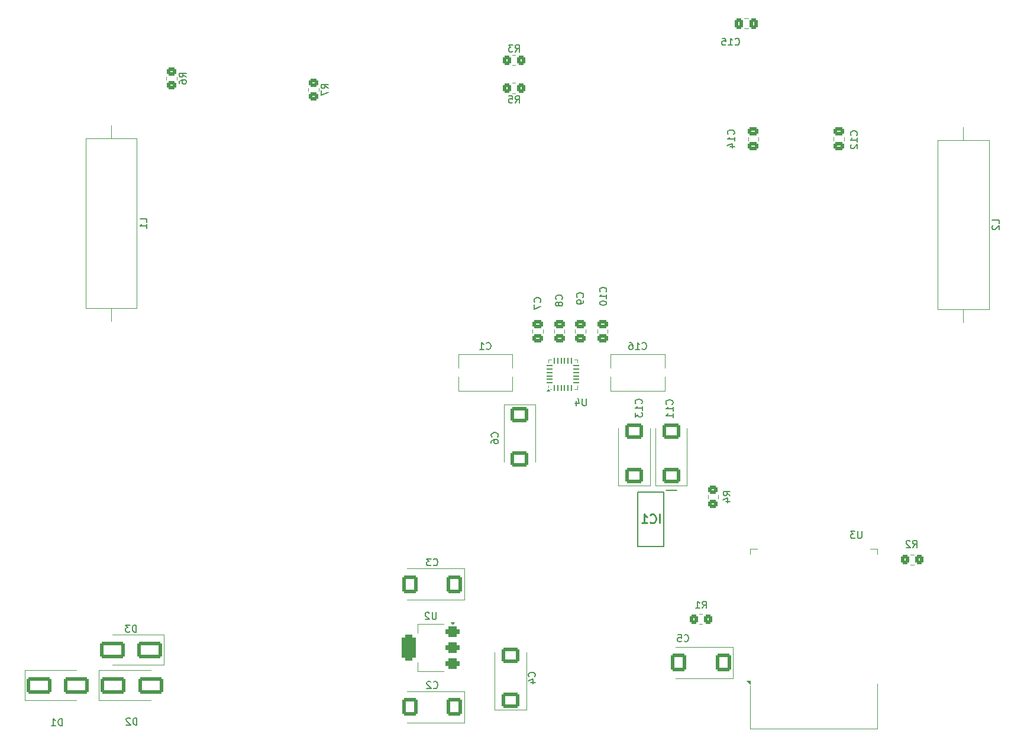
<source format=gbr>
G04 #@! TF.GenerationSoftware,KiCad,Pcbnew,8.0.1*
G04 #@! TF.CreationDate,2024-05-06T16:29:22+03:00*
G04 #@! TF.ProjectId,SmartAtt,536d6172-7441-4747-942e-6b696361645f,rev?*
G04 #@! TF.SameCoordinates,Original*
G04 #@! TF.FileFunction,Legend,Bot*
G04 #@! TF.FilePolarity,Positive*
%FSLAX46Y46*%
G04 Gerber Fmt 4.6, Leading zero omitted, Abs format (unit mm)*
G04 Created by KiCad (PCBNEW 8.0.1) date 2024-05-06 16:29:22*
%MOMM*%
%LPD*%
G01*
G04 APERTURE LIST*
G04 Aperture macros list*
%AMRoundRect*
0 Rectangle with rounded corners*
0 $1 Rounding radius*
0 $2 $3 $4 $5 $6 $7 $8 $9 X,Y pos of 4 corners*
0 Add a 4 corners polygon primitive as box body*
4,1,4,$2,$3,$4,$5,$6,$7,$8,$9,$2,$3,0*
0 Add four circle primitives for the rounded corners*
1,1,$1+$1,$2,$3*
1,1,$1+$1,$4,$5*
1,1,$1+$1,$6,$7*
1,1,$1+$1,$8,$9*
0 Add four rect primitives between the rounded corners*
20,1,$1+$1,$2,$3,$4,$5,0*
20,1,$1+$1,$4,$5,$6,$7,0*
20,1,$1+$1,$6,$7,$8,$9,0*
20,1,$1+$1,$8,$9,$2,$3,0*%
G04 Aperture macros list end*
%ADD10C,0.150000*%
%ADD11C,0.254000*%
%ADD12C,0.120000*%
%ADD13C,0.200000*%
%ADD14C,7.740254*%
%ADD15C,0.100000*%
%ADD16R,1.700000X1.700000*%
%ADD17O,1.700000X1.700000*%
%ADD18C,3.000000*%
%ADD19C,1.500000*%
%ADD20C,2.000000*%
%ADD21RoundRect,0.250000X0.350000X0.625000X-0.350000X0.625000X-0.350000X-0.625000X0.350000X-0.625000X0*%
%ADD22O,1.200000X1.750000*%
%ADD23RoundRect,0.250000X0.450000X-0.350000X0.450000X0.350000X-0.450000X0.350000X-0.450000X-0.350000X0*%
%ADD24RoundRect,0.250000X-1.500000X-0.900000X1.500000X-0.900000X1.500000X0.900000X-1.500000X0.900000X0*%
%ADD25RoundRect,0.250000X-0.475000X0.337500X-0.475000X-0.337500X0.475000X-0.337500X0.475000X0.337500X0*%
%ADD26RoundRect,0.250000X0.875000X1.025000X-0.875000X1.025000X-0.875000X-1.025000X0.875000X-1.025000X0*%
%ADD27RoundRect,0.250000X0.350000X0.450000X-0.350000X0.450000X-0.350000X-0.450000X0.350000X-0.450000X0*%
%ADD28RoundRect,0.250000X0.475000X-0.337500X0.475000X0.337500X-0.475000X0.337500X-0.475000X-0.337500X0*%
%ADD29RoundRect,0.250000X1.025000X-0.875000X1.025000X0.875000X-1.025000X0.875000X-1.025000X-0.875000X0*%
%ADD30RoundRect,0.250000X-0.350000X-0.450000X0.350000X-0.450000X0.350000X0.450000X-0.350000X0.450000X0*%
%ADD31RoundRect,0.250000X1.500000X0.900000X-1.500000X0.900000X-1.500000X-0.900000X1.500000X-0.900000X0*%
%ADD32R,1.500000X0.900000*%
%ADD33R,0.900000X1.500000*%
%ADD34C,0.600000*%
%ADD35R,3.800000X3.800000*%
%ADD36RoundRect,0.375000X0.625000X0.375000X-0.625000X0.375000X-0.625000X-0.375000X0.625000X-0.375000X0*%
%ADD37RoundRect,0.500000X0.500000X1.400000X-0.500000X1.400000X-0.500000X-1.400000X0.500000X-1.400000X0*%
%ADD38RoundRect,0.062500X-0.350000X-0.062500X0.350000X-0.062500X0.350000X0.062500X-0.350000X0.062500X0*%
%ADD39RoundRect,0.062500X-0.062500X-0.350000X0.062500X-0.350000X0.062500X0.350000X-0.062500X0.350000X0*%
%ADD40R,2.600000X2.600000*%
%ADD41O,2.000000X2.000000*%
%ADD42RoundRect,0.250000X0.337500X0.475000X-0.337500X0.475000X-0.337500X-0.475000X0.337500X-0.475000X0*%
%ADD43RoundRect,0.250000X-1.025000X0.875000X-1.025000X-0.875000X1.025000X-0.875000X1.025000X0.875000X0*%
%ADD44R,1.475000X0.450000*%
G04 APERTURE END LIST*
D10*
X179454819Y-108333333D02*
X178978628Y-108000000D01*
X179454819Y-107761905D02*
X178454819Y-107761905D01*
X178454819Y-107761905D02*
X178454819Y-108142857D01*
X178454819Y-108142857D02*
X178502438Y-108238095D01*
X178502438Y-108238095D02*
X178550057Y-108285714D01*
X178550057Y-108285714D02*
X178645295Y-108333333D01*
X178645295Y-108333333D02*
X178788152Y-108333333D01*
X178788152Y-108333333D02*
X178883390Y-108285714D01*
X178883390Y-108285714D02*
X178931009Y-108238095D01*
X178931009Y-108238095D02*
X178978628Y-108142857D01*
X178978628Y-108142857D02*
X178978628Y-107761905D01*
X178788152Y-109190476D02*
X179454819Y-109190476D01*
X178407200Y-108952381D02*
X179121485Y-108714286D01*
X179121485Y-108714286D02*
X179121485Y-109333333D01*
X83838094Y-141254819D02*
X83838094Y-140254819D01*
X83838094Y-140254819D02*
X83599999Y-140254819D01*
X83599999Y-140254819D02*
X83457142Y-140302438D01*
X83457142Y-140302438D02*
X83361904Y-140397676D01*
X83361904Y-140397676D02*
X83314285Y-140492914D01*
X83314285Y-140492914D02*
X83266666Y-140683390D01*
X83266666Y-140683390D02*
X83266666Y-140826247D01*
X83266666Y-140826247D02*
X83314285Y-141016723D01*
X83314285Y-141016723D02*
X83361904Y-141111961D01*
X83361904Y-141111961D02*
X83457142Y-141207200D01*
X83457142Y-141207200D02*
X83599999Y-141254819D01*
X83599999Y-141254819D02*
X83838094Y-141254819D01*
X82314285Y-141254819D02*
X82885713Y-141254819D01*
X82599999Y-141254819D02*
X82599999Y-140254819D01*
X82599999Y-140254819D02*
X82695237Y-140397676D01*
X82695237Y-140397676D02*
X82790475Y-140492914D01*
X82790475Y-140492914D02*
X82885713Y-140540533D01*
X179959580Y-56607142D02*
X180007200Y-56559523D01*
X180007200Y-56559523D02*
X180054819Y-56416666D01*
X180054819Y-56416666D02*
X180054819Y-56321428D01*
X180054819Y-56321428D02*
X180007200Y-56178571D01*
X180007200Y-56178571D02*
X179911961Y-56083333D01*
X179911961Y-56083333D02*
X179816723Y-56035714D01*
X179816723Y-56035714D02*
X179626247Y-55988095D01*
X179626247Y-55988095D02*
X179483390Y-55988095D01*
X179483390Y-55988095D02*
X179292914Y-56035714D01*
X179292914Y-56035714D02*
X179197676Y-56083333D01*
X179197676Y-56083333D02*
X179102438Y-56178571D01*
X179102438Y-56178571D02*
X179054819Y-56321428D01*
X179054819Y-56321428D02*
X179054819Y-56416666D01*
X179054819Y-56416666D02*
X179102438Y-56559523D01*
X179102438Y-56559523D02*
X179150057Y-56607142D01*
X180054819Y-57559523D02*
X180054819Y-56988095D01*
X180054819Y-57273809D02*
X179054819Y-57273809D01*
X179054819Y-57273809D02*
X179197676Y-57178571D01*
X179197676Y-57178571D02*
X179292914Y-57083333D01*
X179292914Y-57083333D02*
X179340533Y-56988095D01*
X179388152Y-58416666D02*
X180054819Y-58416666D01*
X179007200Y-58178571D02*
X179721485Y-57940476D01*
X179721485Y-57940476D02*
X179721485Y-58559523D01*
X166842857Y-87309580D02*
X166890476Y-87357200D01*
X166890476Y-87357200D02*
X167033333Y-87404819D01*
X167033333Y-87404819D02*
X167128571Y-87404819D01*
X167128571Y-87404819D02*
X167271428Y-87357200D01*
X167271428Y-87357200D02*
X167366666Y-87261961D01*
X167366666Y-87261961D02*
X167414285Y-87166723D01*
X167414285Y-87166723D02*
X167461904Y-86976247D01*
X167461904Y-86976247D02*
X167461904Y-86833390D01*
X167461904Y-86833390D02*
X167414285Y-86642914D01*
X167414285Y-86642914D02*
X167366666Y-86547676D01*
X167366666Y-86547676D02*
X167271428Y-86452438D01*
X167271428Y-86452438D02*
X167128571Y-86404819D01*
X167128571Y-86404819D02*
X167033333Y-86404819D01*
X167033333Y-86404819D02*
X166890476Y-86452438D01*
X166890476Y-86452438D02*
X166842857Y-86500057D01*
X165890476Y-87404819D02*
X166461904Y-87404819D01*
X166176190Y-87404819D02*
X166176190Y-86404819D01*
X166176190Y-86404819D02*
X166271428Y-86547676D01*
X166271428Y-86547676D02*
X166366666Y-86642914D01*
X166366666Y-86642914D02*
X166461904Y-86690533D01*
X165033333Y-86404819D02*
X165223809Y-86404819D01*
X165223809Y-86404819D02*
X165319047Y-86452438D01*
X165319047Y-86452438D02*
X165366666Y-86500057D01*
X165366666Y-86500057D02*
X165461904Y-86642914D01*
X165461904Y-86642914D02*
X165509523Y-86833390D01*
X165509523Y-86833390D02*
X165509523Y-87214342D01*
X165509523Y-87214342D02*
X165461904Y-87309580D01*
X165461904Y-87309580D02*
X165414285Y-87357200D01*
X165414285Y-87357200D02*
X165319047Y-87404819D01*
X165319047Y-87404819D02*
X165128571Y-87404819D01*
X165128571Y-87404819D02*
X165033333Y-87357200D01*
X165033333Y-87357200D02*
X164985714Y-87309580D01*
X164985714Y-87309580D02*
X164938095Y-87214342D01*
X164938095Y-87214342D02*
X164938095Y-86976247D01*
X164938095Y-86976247D02*
X164985714Y-86881009D01*
X164985714Y-86881009D02*
X165033333Y-86833390D01*
X165033333Y-86833390D02*
X165128571Y-86785771D01*
X165128571Y-86785771D02*
X165319047Y-86785771D01*
X165319047Y-86785771D02*
X165414285Y-86833390D01*
X165414285Y-86833390D02*
X165461904Y-86881009D01*
X165461904Y-86881009D02*
X165509523Y-86976247D01*
X172866666Y-129159580D02*
X172914285Y-129207200D01*
X172914285Y-129207200D02*
X173057142Y-129254819D01*
X173057142Y-129254819D02*
X173152380Y-129254819D01*
X173152380Y-129254819D02*
X173295237Y-129207200D01*
X173295237Y-129207200D02*
X173390475Y-129111961D01*
X173390475Y-129111961D02*
X173438094Y-129016723D01*
X173438094Y-129016723D02*
X173485713Y-128826247D01*
X173485713Y-128826247D02*
X173485713Y-128683390D01*
X173485713Y-128683390D02*
X173438094Y-128492914D01*
X173438094Y-128492914D02*
X173390475Y-128397676D01*
X173390475Y-128397676D02*
X173295237Y-128302438D01*
X173295237Y-128302438D02*
X173152380Y-128254819D01*
X173152380Y-128254819D02*
X173057142Y-128254819D01*
X173057142Y-128254819D02*
X172914285Y-128302438D01*
X172914285Y-128302438D02*
X172866666Y-128350057D01*
X171961904Y-128254819D02*
X172438094Y-128254819D01*
X172438094Y-128254819D02*
X172485713Y-128731009D01*
X172485713Y-128731009D02*
X172438094Y-128683390D01*
X172438094Y-128683390D02*
X172342856Y-128635771D01*
X172342856Y-128635771D02*
X172104761Y-128635771D01*
X172104761Y-128635771D02*
X172009523Y-128683390D01*
X172009523Y-128683390D02*
X171961904Y-128731009D01*
X171961904Y-128731009D02*
X171914285Y-128826247D01*
X171914285Y-128826247D02*
X171914285Y-129064342D01*
X171914285Y-129064342D02*
X171961904Y-129159580D01*
X171961904Y-129159580D02*
X172009523Y-129207200D01*
X172009523Y-129207200D02*
X172104761Y-129254819D01*
X172104761Y-129254819D02*
X172342856Y-129254819D01*
X172342856Y-129254819D02*
X172438094Y-129207200D01*
X172438094Y-129207200D02*
X172485713Y-129159580D01*
X148666666Y-44804819D02*
X148999999Y-44328628D01*
X149238094Y-44804819D02*
X149238094Y-43804819D01*
X149238094Y-43804819D02*
X148857142Y-43804819D01*
X148857142Y-43804819D02*
X148761904Y-43852438D01*
X148761904Y-43852438D02*
X148714285Y-43900057D01*
X148714285Y-43900057D02*
X148666666Y-43995295D01*
X148666666Y-43995295D02*
X148666666Y-44138152D01*
X148666666Y-44138152D02*
X148714285Y-44233390D01*
X148714285Y-44233390D02*
X148761904Y-44281009D01*
X148761904Y-44281009D02*
X148857142Y-44328628D01*
X148857142Y-44328628D02*
X149238094Y-44328628D01*
X148333332Y-43804819D02*
X147714285Y-43804819D01*
X147714285Y-43804819D02*
X148047618Y-44185771D01*
X148047618Y-44185771D02*
X147904761Y-44185771D01*
X147904761Y-44185771D02*
X147809523Y-44233390D01*
X147809523Y-44233390D02*
X147761904Y-44281009D01*
X147761904Y-44281009D02*
X147714285Y-44376247D01*
X147714285Y-44376247D02*
X147714285Y-44614342D01*
X147714285Y-44614342D02*
X147761904Y-44709580D01*
X147761904Y-44709580D02*
X147809523Y-44757200D01*
X147809523Y-44757200D02*
X147904761Y-44804819D01*
X147904761Y-44804819D02*
X148190475Y-44804819D01*
X148190475Y-44804819D02*
X148285713Y-44757200D01*
X148285713Y-44757200D02*
X148333332Y-44709580D01*
X158359580Y-79933333D02*
X158407200Y-79885714D01*
X158407200Y-79885714D02*
X158454819Y-79742857D01*
X158454819Y-79742857D02*
X158454819Y-79647619D01*
X158454819Y-79647619D02*
X158407200Y-79504762D01*
X158407200Y-79504762D02*
X158311961Y-79409524D01*
X158311961Y-79409524D02*
X158216723Y-79361905D01*
X158216723Y-79361905D02*
X158026247Y-79314286D01*
X158026247Y-79314286D02*
X157883390Y-79314286D01*
X157883390Y-79314286D02*
X157692914Y-79361905D01*
X157692914Y-79361905D02*
X157597676Y-79409524D01*
X157597676Y-79409524D02*
X157502438Y-79504762D01*
X157502438Y-79504762D02*
X157454819Y-79647619D01*
X157454819Y-79647619D02*
X157454819Y-79742857D01*
X157454819Y-79742857D02*
X157502438Y-79885714D01*
X157502438Y-79885714D02*
X157550057Y-79933333D01*
X158454819Y-80409524D02*
X158454819Y-80600000D01*
X158454819Y-80600000D02*
X158407200Y-80695238D01*
X158407200Y-80695238D02*
X158359580Y-80742857D01*
X158359580Y-80742857D02*
X158216723Y-80838095D01*
X158216723Y-80838095D02*
X158026247Y-80885714D01*
X158026247Y-80885714D02*
X157645295Y-80885714D01*
X157645295Y-80885714D02*
X157550057Y-80838095D01*
X157550057Y-80838095D02*
X157502438Y-80790476D01*
X157502438Y-80790476D02*
X157454819Y-80695238D01*
X157454819Y-80695238D02*
X157454819Y-80504762D01*
X157454819Y-80504762D02*
X157502438Y-80409524D01*
X157502438Y-80409524D02*
X157550057Y-80361905D01*
X157550057Y-80361905D02*
X157645295Y-80314286D01*
X157645295Y-80314286D02*
X157883390Y-80314286D01*
X157883390Y-80314286D02*
X157978628Y-80361905D01*
X157978628Y-80361905D02*
X158026247Y-80409524D01*
X158026247Y-80409524D02*
X158073866Y-80504762D01*
X158073866Y-80504762D02*
X158073866Y-80695238D01*
X158073866Y-80695238D02*
X158026247Y-80790476D01*
X158026247Y-80790476D02*
X157978628Y-80838095D01*
X157978628Y-80838095D02*
X157883390Y-80885714D01*
X171159580Y-95257142D02*
X171207200Y-95209523D01*
X171207200Y-95209523D02*
X171254819Y-95066666D01*
X171254819Y-95066666D02*
X171254819Y-94971428D01*
X171254819Y-94971428D02*
X171207200Y-94828571D01*
X171207200Y-94828571D02*
X171111961Y-94733333D01*
X171111961Y-94733333D02*
X171016723Y-94685714D01*
X171016723Y-94685714D02*
X170826247Y-94638095D01*
X170826247Y-94638095D02*
X170683390Y-94638095D01*
X170683390Y-94638095D02*
X170492914Y-94685714D01*
X170492914Y-94685714D02*
X170397676Y-94733333D01*
X170397676Y-94733333D02*
X170302438Y-94828571D01*
X170302438Y-94828571D02*
X170254819Y-94971428D01*
X170254819Y-94971428D02*
X170254819Y-95066666D01*
X170254819Y-95066666D02*
X170302438Y-95209523D01*
X170302438Y-95209523D02*
X170350057Y-95257142D01*
X171254819Y-96209523D02*
X171254819Y-95638095D01*
X171254819Y-95923809D02*
X170254819Y-95923809D01*
X170254819Y-95923809D02*
X170397676Y-95828571D01*
X170397676Y-95828571D02*
X170492914Y-95733333D01*
X170492914Y-95733333D02*
X170540533Y-95638095D01*
X171254819Y-97161904D02*
X171254819Y-96590476D01*
X171254819Y-96876190D02*
X170254819Y-96876190D01*
X170254819Y-96876190D02*
X170397676Y-96780952D01*
X170397676Y-96780952D02*
X170492914Y-96685714D01*
X170492914Y-96685714D02*
X170540533Y-96590476D01*
X175466666Y-124454819D02*
X175799999Y-123978628D01*
X176038094Y-124454819D02*
X176038094Y-123454819D01*
X176038094Y-123454819D02*
X175657142Y-123454819D01*
X175657142Y-123454819D02*
X175561904Y-123502438D01*
X175561904Y-123502438D02*
X175514285Y-123550057D01*
X175514285Y-123550057D02*
X175466666Y-123645295D01*
X175466666Y-123645295D02*
X175466666Y-123788152D01*
X175466666Y-123788152D02*
X175514285Y-123883390D01*
X175514285Y-123883390D02*
X175561904Y-123931009D01*
X175561904Y-123931009D02*
X175657142Y-123978628D01*
X175657142Y-123978628D02*
X176038094Y-123978628D01*
X174514285Y-124454819D02*
X175085713Y-124454819D01*
X174799999Y-124454819D02*
X174799999Y-123454819D01*
X174799999Y-123454819D02*
X174895237Y-123597676D01*
X174895237Y-123597676D02*
X174990475Y-123692914D01*
X174990475Y-123692914D02*
X175085713Y-123740533D01*
X155359580Y-80233333D02*
X155407200Y-80185714D01*
X155407200Y-80185714D02*
X155454819Y-80042857D01*
X155454819Y-80042857D02*
X155454819Y-79947619D01*
X155454819Y-79947619D02*
X155407200Y-79804762D01*
X155407200Y-79804762D02*
X155311961Y-79709524D01*
X155311961Y-79709524D02*
X155216723Y-79661905D01*
X155216723Y-79661905D02*
X155026247Y-79614286D01*
X155026247Y-79614286D02*
X154883390Y-79614286D01*
X154883390Y-79614286D02*
X154692914Y-79661905D01*
X154692914Y-79661905D02*
X154597676Y-79709524D01*
X154597676Y-79709524D02*
X154502438Y-79804762D01*
X154502438Y-79804762D02*
X154454819Y-79947619D01*
X154454819Y-79947619D02*
X154454819Y-80042857D01*
X154454819Y-80042857D02*
X154502438Y-80185714D01*
X154502438Y-80185714D02*
X154550057Y-80233333D01*
X154883390Y-80804762D02*
X154835771Y-80709524D01*
X154835771Y-80709524D02*
X154788152Y-80661905D01*
X154788152Y-80661905D02*
X154692914Y-80614286D01*
X154692914Y-80614286D02*
X154645295Y-80614286D01*
X154645295Y-80614286D02*
X154550057Y-80661905D01*
X154550057Y-80661905D02*
X154502438Y-80709524D01*
X154502438Y-80709524D02*
X154454819Y-80804762D01*
X154454819Y-80804762D02*
X154454819Y-80995238D01*
X154454819Y-80995238D02*
X154502438Y-81090476D01*
X154502438Y-81090476D02*
X154550057Y-81138095D01*
X154550057Y-81138095D02*
X154645295Y-81185714D01*
X154645295Y-81185714D02*
X154692914Y-81185714D01*
X154692914Y-81185714D02*
X154788152Y-81138095D01*
X154788152Y-81138095D02*
X154835771Y-81090476D01*
X154835771Y-81090476D02*
X154883390Y-80995238D01*
X154883390Y-80995238D02*
X154883390Y-80804762D01*
X154883390Y-80804762D02*
X154931009Y-80709524D01*
X154931009Y-80709524D02*
X154978628Y-80661905D01*
X154978628Y-80661905D02*
X155073866Y-80614286D01*
X155073866Y-80614286D02*
X155264342Y-80614286D01*
X155264342Y-80614286D02*
X155359580Y-80661905D01*
X155359580Y-80661905D02*
X155407200Y-80709524D01*
X155407200Y-80709524D02*
X155454819Y-80804762D01*
X155454819Y-80804762D02*
X155454819Y-80995238D01*
X155454819Y-80995238D02*
X155407200Y-81090476D01*
X155407200Y-81090476D02*
X155359580Y-81138095D01*
X155359580Y-81138095D02*
X155264342Y-81185714D01*
X155264342Y-81185714D02*
X155073866Y-81185714D01*
X155073866Y-81185714D02*
X154978628Y-81138095D01*
X154978628Y-81138095D02*
X154931009Y-81090476D01*
X154931009Y-81090476D02*
X154883390Y-80995238D01*
X94438094Y-127854819D02*
X94438094Y-126854819D01*
X94438094Y-126854819D02*
X94199999Y-126854819D01*
X94199999Y-126854819D02*
X94057142Y-126902438D01*
X94057142Y-126902438D02*
X93961904Y-126997676D01*
X93961904Y-126997676D02*
X93914285Y-127092914D01*
X93914285Y-127092914D02*
X93866666Y-127283390D01*
X93866666Y-127283390D02*
X93866666Y-127426247D01*
X93866666Y-127426247D02*
X93914285Y-127616723D01*
X93914285Y-127616723D02*
X93961904Y-127711961D01*
X93961904Y-127711961D02*
X94057142Y-127807200D01*
X94057142Y-127807200D02*
X94199999Y-127854819D01*
X94199999Y-127854819D02*
X94438094Y-127854819D01*
X93533332Y-126854819D02*
X92914285Y-126854819D01*
X92914285Y-126854819D02*
X93247618Y-127235771D01*
X93247618Y-127235771D02*
X93104761Y-127235771D01*
X93104761Y-127235771D02*
X93009523Y-127283390D01*
X93009523Y-127283390D02*
X92961904Y-127331009D01*
X92961904Y-127331009D02*
X92914285Y-127426247D01*
X92914285Y-127426247D02*
X92914285Y-127664342D01*
X92914285Y-127664342D02*
X92961904Y-127759580D01*
X92961904Y-127759580D02*
X93009523Y-127807200D01*
X93009523Y-127807200D02*
X93104761Y-127854819D01*
X93104761Y-127854819D02*
X93390475Y-127854819D01*
X93390475Y-127854819D02*
X93485713Y-127807200D01*
X93485713Y-127807200D02*
X93533332Y-127759580D01*
X151459580Y-134233333D02*
X151507200Y-134185714D01*
X151507200Y-134185714D02*
X151554819Y-134042857D01*
X151554819Y-134042857D02*
X151554819Y-133947619D01*
X151554819Y-133947619D02*
X151507200Y-133804762D01*
X151507200Y-133804762D02*
X151411961Y-133709524D01*
X151411961Y-133709524D02*
X151316723Y-133661905D01*
X151316723Y-133661905D02*
X151126247Y-133614286D01*
X151126247Y-133614286D02*
X150983390Y-133614286D01*
X150983390Y-133614286D02*
X150792914Y-133661905D01*
X150792914Y-133661905D02*
X150697676Y-133709524D01*
X150697676Y-133709524D02*
X150602438Y-133804762D01*
X150602438Y-133804762D02*
X150554819Y-133947619D01*
X150554819Y-133947619D02*
X150554819Y-134042857D01*
X150554819Y-134042857D02*
X150602438Y-134185714D01*
X150602438Y-134185714D02*
X150650057Y-134233333D01*
X150888152Y-135090476D02*
X151554819Y-135090476D01*
X150507200Y-134852381D02*
X151221485Y-134614286D01*
X151221485Y-134614286D02*
X151221485Y-135233333D01*
X198261904Y-113454819D02*
X198261904Y-114264342D01*
X198261904Y-114264342D02*
X198214285Y-114359580D01*
X198214285Y-114359580D02*
X198166666Y-114407200D01*
X198166666Y-114407200D02*
X198071428Y-114454819D01*
X198071428Y-114454819D02*
X197880952Y-114454819D01*
X197880952Y-114454819D02*
X197785714Y-114407200D01*
X197785714Y-114407200D02*
X197738095Y-114359580D01*
X197738095Y-114359580D02*
X197690476Y-114264342D01*
X197690476Y-114264342D02*
X197690476Y-113454819D01*
X197309523Y-113454819D02*
X196690476Y-113454819D01*
X196690476Y-113454819D02*
X197023809Y-113835771D01*
X197023809Y-113835771D02*
X196880952Y-113835771D01*
X196880952Y-113835771D02*
X196785714Y-113883390D01*
X196785714Y-113883390D02*
X196738095Y-113931009D01*
X196738095Y-113931009D02*
X196690476Y-114026247D01*
X196690476Y-114026247D02*
X196690476Y-114264342D01*
X196690476Y-114264342D02*
X196738095Y-114359580D01*
X196738095Y-114359580D02*
X196785714Y-114407200D01*
X196785714Y-114407200D02*
X196880952Y-114454819D01*
X196880952Y-114454819D02*
X197166666Y-114454819D01*
X197166666Y-114454819D02*
X197261904Y-114407200D01*
X197261904Y-114407200D02*
X197309523Y-114359580D01*
X94538094Y-141154819D02*
X94538094Y-140154819D01*
X94538094Y-140154819D02*
X94299999Y-140154819D01*
X94299999Y-140154819D02*
X94157142Y-140202438D01*
X94157142Y-140202438D02*
X94061904Y-140297676D01*
X94061904Y-140297676D02*
X94014285Y-140392914D01*
X94014285Y-140392914D02*
X93966666Y-140583390D01*
X93966666Y-140583390D02*
X93966666Y-140726247D01*
X93966666Y-140726247D02*
X94014285Y-140916723D01*
X94014285Y-140916723D02*
X94061904Y-141011961D01*
X94061904Y-141011961D02*
X94157142Y-141107200D01*
X94157142Y-141107200D02*
X94299999Y-141154819D01*
X94299999Y-141154819D02*
X94538094Y-141154819D01*
X93585713Y-140250057D02*
X93538094Y-140202438D01*
X93538094Y-140202438D02*
X93442856Y-140154819D01*
X93442856Y-140154819D02*
X93204761Y-140154819D01*
X93204761Y-140154819D02*
X93109523Y-140202438D01*
X93109523Y-140202438D02*
X93061904Y-140250057D01*
X93061904Y-140250057D02*
X93014285Y-140345295D01*
X93014285Y-140345295D02*
X93014285Y-140440533D01*
X93014285Y-140440533D02*
X93061904Y-140583390D01*
X93061904Y-140583390D02*
X93633332Y-141154819D01*
X93633332Y-141154819D02*
X93014285Y-141154819D01*
X137361904Y-125054819D02*
X137361904Y-125864342D01*
X137361904Y-125864342D02*
X137314285Y-125959580D01*
X137314285Y-125959580D02*
X137266666Y-126007200D01*
X137266666Y-126007200D02*
X137171428Y-126054819D01*
X137171428Y-126054819D02*
X136980952Y-126054819D01*
X136980952Y-126054819D02*
X136885714Y-126007200D01*
X136885714Y-126007200D02*
X136838095Y-125959580D01*
X136838095Y-125959580D02*
X136790476Y-125864342D01*
X136790476Y-125864342D02*
X136790476Y-125054819D01*
X136361904Y-125150057D02*
X136314285Y-125102438D01*
X136314285Y-125102438D02*
X136219047Y-125054819D01*
X136219047Y-125054819D02*
X135980952Y-125054819D01*
X135980952Y-125054819D02*
X135885714Y-125102438D01*
X135885714Y-125102438D02*
X135838095Y-125150057D01*
X135838095Y-125150057D02*
X135790476Y-125245295D01*
X135790476Y-125245295D02*
X135790476Y-125340533D01*
X135790476Y-125340533D02*
X135838095Y-125483390D01*
X135838095Y-125483390D02*
X136409523Y-126054819D01*
X136409523Y-126054819D02*
X135790476Y-126054819D01*
X158861904Y-94454819D02*
X158861904Y-95264342D01*
X158861904Y-95264342D02*
X158814285Y-95359580D01*
X158814285Y-95359580D02*
X158766666Y-95407200D01*
X158766666Y-95407200D02*
X158671428Y-95454819D01*
X158671428Y-95454819D02*
X158480952Y-95454819D01*
X158480952Y-95454819D02*
X158385714Y-95407200D01*
X158385714Y-95407200D02*
X158338095Y-95359580D01*
X158338095Y-95359580D02*
X158290476Y-95264342D01*
X158290476Y-95264342D02*
X158290476Y-94454819D01*
X157385714Y-94788152D02*
X157385714Y-95454819D01*
X157623809Y-94407200D02*
X157861904Y-95121485D01*
X157861904Y-95121485D02*
X157242857Y-95121485D01*
X121904819Y-50033333D02*
X121428628Y-49700000D01*
X121904819Y-49461905D02*
X120904819Y-49461905D01*
X120904819Y-49461905D02*
X120904819Y-49842857D01*
X120904819Y-49842857D02*
X120952438Y-49938095D01*
X120952438Y-49938095D02*
X121000057Y-49985714D01*
X121000057Y-49985714D02*
X121095295Y-50033333D01*
X121095295Y-50033333D02*
X121238152Y-50033333D01*
X121238152Y-50033333D02*
X121333390Y-49985714D01*
X121333390Y-49985714D02*
X121381009Y-49938095D01*
X121381009Y-49938095D02*
X121428628Y-49842857D01*
X121428628Y-49842857D02*
X121428628Y-49461905D01*
X120904819Y-50366667D02*
X120904819Y-51033333D01*
X120904819Y-51033333D02*
X121904819Y-50604762D01*
X95974819Y-69188333D02*
X95974819Y-68712143D01*
X95974819Y-68712143D02*
X94974819Y-68712143D01*
X95974819Y-70045476D02*
X95974819Y-69474048D01*
X95974819Y-69759762D02*
X94974819Y-69759762D01*
X94974819Y-69759762D02*
X95117676Y-69664524D01*
X95117676Y-69664524D02*
X95212914Y-69569286D01*
X95212914Y-69569286D02*
X95260533Y-69474048D01*
X136966666Y-135859580D02*
X137014285Y-135907200D01*
X137014285Y-135907200D02*
X137157142Y-135954819D01*
X137157142Y-135954819D02*
X137252380Y-135954819D01*
X137252380Y-135954819D02*
X137395237Y-135907200D01*
X137395237Y-135907200D02*
X137490475Y-135811961D01*
X137490475Y-135811961D02*
X137538094Y-135716723D01*
X137538094Y-135716723D02*
X137585713Y-135526247D01*
X137585713Y-135526247D02*
X137585713Y-135383390D01*
X137585713Y-135383390D02*
X137538094Y-135192914D01*
X137538094Y-135192914D02*
X137490475Y-135097676D01*
X137490475Y-135097676D02*
X137395237Y-135002438D01*
X137395237Y-135002438D02*
X137252380Y-134954819D01*
X137252380Y-134954819D02*
X137157142Y-134954819D01*
X137157142Y-134954819D02*
X137014285Y-135002438D01*
X137014285Y-135002438D02*
X136966666Y-135050057D01*
X136585713Y-135050057D02*
X136538094Y-135002438D01*
X136538094Y-135002438D02*
X136442856Y-134954819D01*
X136442856Y-134954819D02*
X136204761Y-134954819D01*
X136204761Y-134954819D02*
X136109523Y-135002438D01*
X136109523Y-135002438D02*
X136061904Y-135050057D01*
X136061904Y-135050057D02*
X136014285Y-135145295D01*
X136014285Y-135145295D02*
X136014285Y-135240533D01*
X136014285Y-135240533D02*
X136061904Y-135383390D01*
X136061904Y-135383390D02*
X136633332Y-135954819D01*
X136633332Y-135954819D02*
X136014285Y-135954819D01*
X101604819Y-48433333D02*
X101128628Y-48100000D01*
X101604819Y-47861905D02*
X100604819Y-47861905D01*
X100604819Y-47861905D02*
X100604819Y-48242857D01*
X100604819Y-48242857D02*
X100652438Y-48338095D01*
X100652438Y-48338095D02*
X100700057Y-48385714D01*
X100700057Y-48385714D02*
X100795295Y-48433333D01*
X100795295Y-48433333D02*
X100938152Y-48433333D01*
X100938152Y-48433333D02*
X101033390Y-48385714D01*
X101033390Y-48385714D02*
X101081009Y-48338095D01*
X101081009Y-48338095D02*
X101128628Y-48242857D01*
X101128628Y-48242857D02*
X101128628Y-47861905D01*
X100604819Y-49290476D02*
X100604819Y-49100000D01*
X100604819Y-49100000D02*
X100652438Y-49004762D01*
X100652438Y-49004762D02*
X100700057Y-48957143D01*
X100700057Y-48957143D02*
X100842914Y-48861905D01*
X100842914Y-48861905D02*
X101033390Y-48814286D01*
X101033390Y-48814286D02*
X101414342Y-48814286D01*
X101414342Y-48814286D02*
X101509580Y-48861905D01*
X101509580Y-48861905D02*
X101557200Y-48909524D01*
X101557200Y-48909524D02*
X101604819Y-49004762D01*
X101604819Y-49004762D02*
X101604819Y-49195238D01*
X101604819Y-49195238D02*
X101557200Y-49290476D01*
X101557200Y-49290476D02*
X101509580Y-49338095D01*
X101509580Y-49338095D02*
X101414342Y-49385714D01*
X101414342Y-49385714D02*
X101176247Y-49385714D01*
X101176247Y-49385714D02*
X101081009Y-49338095D01*
X101081009Y-49338095D02*
X101033390Y-49290476D01*
X101033390Y-49290476D02*
X100985771Y-49195238D01*
X100985771Y-49195238D02*
X100985771Y-49004762D01*
X100985771Y-49004762D02*
X101033390Y-48909524D01*
X101033390Y-48909524D02*
X101081009Y-48861905D01*
X101081009Y-48861905D02*
X101176247Y-48814286D01*
X180142857Y-43759580D02*
X180190476Y-43807200D01*
X180190476Y-43807200D02*
X180333333Y-43854819D01*
X180333333Y-43854819D02*
X180428571Y-43854819D01*
X180428571Y-43854819D02*
X180571428Y-43807200D01*
X180571428Y-43807200D02*
X180666666Y-43711961D01*
X180666666Y-43711961D02*
X180714285Y-43616723D01*
X180714285Y-43616723D02*
X180761904Y-43426247D01*
X180761904Y-43426247D02*
X180761904Y-43283390D01*
X180761904Y-43283390D02*
X180714285Y-43092914D01*
X180714285Y-43092914D02*
X180666666Y-42997676D01*
X180666666Y-42997676D02*
X180571428Y-42902438D01*
X180571428Y-42902438D02*
X180428571Y-42854819D01*
X180428571Y-42854819D02*
X180333333Y-42854819D01*
X180333333Y-42854819D02*
X180190476Y-42902438D01*
X180190476Y-42902438D02*
X180142857Y-42950057D01*
X179190476Y-43854819D02*
X179761904Y-43854819D01*
X179476190Y-43854819D02*
X179476190Y-42854819D01*
X179476190Y-42854819D02*
X179571428Y-42997676D01*
X179571428Y-42997676D02*
X179666666Y-43092914D01*
X179666666Y-43092914D02*
X179761904Y-43140533D01*
X178285714Y-42854819D02*
X178761904Y-42854819D01*
X178761904Y-42854819D02*
X178809523Y-43331009D01*
X178809523Y-43331009D02*
X178761904Y-43283390D01*
X178761904Y-43283390D02*
X178666666Y-43235771D01*
X178666666Y-43235771D02*
X178428571Y-43235771D01*
X178428571Y-43235771D02*
X178333333Y-43283390D01*
X178333333Y-43283390D02*
X178285714Y-43331009D01*
X178285714Y-43331009D02*
X178238095Y-43426247D01*
X178238095Y-43426247D02*
X178238095Y-43664342D01*
X178238095Y-43664342D02*
X178285714Y-43759580D01*
X178285714Y-43759580D02*
X178333333Y-43807200D01*
X178333333Y-43807200D02*
X178428571Y-43854819D01*
X178428571Y-43854819D02*
X178666666Y-43854819D01*
X178666666Y-43854819D02*
X178761904Y-43807200D01*
X178761904Y-43807200D02*
X178809523Y-43759580D01*
X166759580Y-95157142D02*
X166807200Y-95109523D01*
X166807200Y-95109523D02*
X166854819Y-94966666D01*
X166854819Y-94966666D02*
X166854819Y-94871428D01*
X166854819Y-94871428D02*
X166807200Y-94728571D01*
X166807200Y-94728571D02*
X166711961Y-94633333D01*
X166711961Y-94633333D02*
X166616723Y-94585714D01*
X166616723Y-94585714D02*
X166426247Y-94538095D01*
X166426247Y-94538095D02*
X166283390Y-94538095D01*
X166283390Y-94538095D02*
X166092914Y-94585714D01*
X166092914Y-94585714D02*
X165997676Y-94633333D01*
X165997676Y-94633333D02*
X165902438Y-94728571D01*
X165902438Y-94728571D02*
X165854819Y-94871428D01*
X165854819Y-94871428D02*
X165854819Y-94966666D01*
X165854819Y-94966666D02*
X165902438Y-95109523D01*
X165902438Y-95109523D02*
X165950057Y-95157142D01*
X166854819Y-96109523D02*
X166854819Y-95538095D01*
X166854819Y-95823809D02*
X165854819Y-95823809D01*
X165854819Y-95823809D02*
X165997676Y-95728571D01*
X165997676Y-95728571D02*
X166092914Y-95633333D01*
X166092914Y-95633333D02*
X166140533Y-95538095D01*
X165854819Y-96442857D02*
X165854819Y-97061904D01*
X165854819Y-97061904D02*
X166235771Y-96728571D01*
X166235771Y-96728571D02*
X166235771Y-96871428D01*
X166235771Y-96871428D02*
X166283390Y-96966666D01*
X166283390Y-96966666D02*
X166331009Y-97014285D01*
X166331009Y-97014285D02*
X166426247Y-97061904D01*
X166426247Y-97061904D02*
X166664342Y-97061904D01*
X166664342Y-97061904D02*
X166759580Y-97014285D01*
X166759580Y-97014285D02*
X166807200Y-96966666D01*
X166807200Y-96966666D02*
X166854819Y-96871428D01*
X166854819Y-96871428D02*
X166854819Y-96585714D01*
X166854819Y-96585714D02*
X166807200Y-96490476D01*
X166807200Y-96490476D02*
X166759580Y-96442857D01*
X217924819Y-69388333D02*
X217924819Y-68912143D01*
X217924819Y-68912143D02*
X216924819Y-68912143D01*
X217020057Y-69674048D02*
X216972438Y-69721667D01*
X216972438Y-69721667D02*
X216924819Y-69816905D01*
X216924819Y-69816905D02*
X216924819Y-70055000D01*
X216924819Y-70055000D02*
X216972438Y-70150238D01*
X216972438Y-70150238D02*
X217020057Y-70197857D01*
X217020057Y-70197857D02*
X217115295Y-70245476D01*
X217115295Y-70245476D02*
X217210533Y-70245476D01*
X217210533Y-70245476D02*
X217353390Y-70197857D01*
X217353390Y-70197857D02*
X217924819Y-69626429D01*
X217924819Y-69626429D02*
X217924819Y-70245476D01*
X146159580Y-99933333D02*
X146207200Y-99885714D01*
X146207200Y-99885714D02*
X146254819Y-99742857D01*
X146254819Y-99742857D02*
X146254819Y-99647619D01*
X146254819Y-99647619D02*
X146207200Y-99504762D01*
X146207200Y-99504762D02*
X146111961Y-99409524D01*
X146111961Y-99409524D02*
X146016723Y-99361905D01*
X146016723Y-99361905D02*
X145826247Y-99314286D01*
X145826247Y-99314286D02*
X145683390Y-99314286D01*
X145683390Y-99314286D02*
X145492914Y-99361905D01*
X145492914Y-99361905D02*
X145397676Y-99409524D01*
X145397676Y-99409524D02*
X145302438Y-99504762D01*
X145302438Y-99504762D02*
X145254819Y-99647619D01*
X145254819Y-99647619D02*
X145254819Y-99742857D01*
X145254819Y-99742857D02*
X145302438Y-99885714D01*
X145302438Y-99885714D02*
X145350057Y-99933333D01*
X145254819Y-100790476D02*
X145254819Y-100600000D01*
X145254819Y-100600000D02*
X145302438Y-100504762D01*
X145302438Y-100504762D02*
X145350057Y-100457143D01*
X145350057Y-100457143D02*
X145492914Y-100361905D01*
X145492914Y-100361905D02*
X145683390Y-100314286D01*
X145683390Y-100314286D02*
X146064342Y-100314286D01*
X146064342Y-100314286D02*
X146159580Y-100361905D01*
X146159580Y-100361905D02*
X146207200Y-100409524D01*
X146207200Y-100409524D02*
X146254819Y-100504762D01*
X146254819Y-100504762D02*
X146254819Y-100695238D01*
X146254819Y-100695238D02*
X146207200Y-100790476D01*
X146207200Y-100790476D02*
X146159580Y-100838095D01*
X146159580Y-100838095D02*
X146064342Y-100885714D01*
X146064342Y-100885714D02*
X145826247Y-100885714D01*
X145826247Y-100885714D02*
X145731009Y-100838095D01*
X145731009Y-100838095D02*
X145683390Y-100790476D01*
X145683390Y-100790476D02*
X145635771Y-100695238D01*
X145635771Y-100695238D02*
X145635771Y-100504762D01*
X145635771Y-100504762D02*
X145683390Y-100409524D01*
X145683390Y-100409524D02*
X145731009Y-100361905D01*
X145731009Y-100361905D02*
X145826247Y-100314286D01*
X161659580Y-79157142D02*
X161707200Y-79109523D01*
X161707200Y-79109523D02*
X161754819Y-78966666D01*
X161754819Y-78966666D02*
X161754819Y-78871428D01*
X161754819Y-78871428D02*
X161707200Y-78728571D01*
X161707200Y-78728571D02*
X161611961Y-78633333D01*
X161611961Y-78633333D02*
X161516723Y-78585714D01*
X161516723Y-78585714D02*
X161326247Y-78538095D01*
X161326247Y-78538095D02*
X161183390Y-78538095D01*
X161183390Y-78538095D02*
X160992914Y-78585714D01*
X160992914Y-78585714D02*
X160897676Y-78633333D01*
X160897676Y-78633333D02*
X160802438Y-78728571D01*
X160802438Y-78728571D02*
X160754819Y-78871428D01*
X160754819Y-78871428D02*
X160754819Y-78966666D01*
X160754819Y-78966666D02*
X160802438Y-79109523D01*
X160802438Y-79109523D02*
X160850057Y-79157142D01*
X161754819Y-80109523D02*
X161754819Y-79538095D01*
X161754819Y-79823809D02*
X160754819Y-79823809D01*
X160754819Y-79823809D02*
X160897676Y-79728571D01*
X160897676Y-79728571D02*
X160992914Y-79633333D01*
X160992914Y-79633333D02*
X161040533Y-79538095D01*
X160754819Y-80728571D02*
X160754819Y-80823809D01*
X160754819Y-80823809D02*
X160802438Y-80919047D01*
X160802438Y-80919047D02*
X160850057Y-80966666D01*
X160850057Y-80966666D02*
X160945295Y-81014285D01*
X160945295Y-81014285D02*
X161135771Y-81061904D01*
X161135771Y-81061904D02*
X161373866Y-81061904D01*
X161373866Y-81061904D02*
X161564342Y-81014285D01*
X161564342Y-81014285D02*
X161659580Y-80966666D01*
X161659580Y-80966666D02*
X161707200Y-80919047D01*
X161707200Y-80919047D02*
X161754819Y-80823809D01*
X161754819Y-80823809D02*
X161754819Y-80728571D01*
X161754819Y-80728571D02*
X161707200Y-80633333D01*
X161707200Y-80633333D02*
X161659580Y-80585714D01*
X161659580Y-80585714D02*
X161564342Y-80538095D01*
X161564342Y-80538095D02*
X161373866Y-80490476D01*
X161373866Y-80490476D02*
X161135771Y-80490476D01*
X161135771Y-80490476D02*
X160945295Y-80538095D01*
X160945295Y-80538095D02*
X160850057Y-80585714D01*
X160850057Y-80585714D02*
X160802438Y-80633333D01*
X160802438Y-80633333D02*
X160754819Y-80728571D01*
X205566666Y-115754819D02*
X205899999Y-115278628D01*
X206138094Y-115754819D02*
X206138094Y-114754819D01*
X206138094Y-114754819D02*
X205757142Y-114754819D01*
X205757142Y-114754819D02*
X205661904Y-114802438D01*
X205661904Y-114802438D02*
X205614285Y-114850057D01*
X205614285Y-114850057D02*
X205566666Y-114945295D01*
X205566666Y-114945295D02*
X205566666Y-115088152D01*
X205566666Y-115088152D02*
X205614285Y-115183390D01*
X205614285Y-115183390D02*
X205661904Y-115231009D01*
X205661904Y-115231009D02*
X205757142Y-115278628D01*
X205757142Y-115278628D02*
X206138094Y-115278628D01*
X205185713Y-114850057D02*
X205138094Y-114802438D01*
X205138094Y-114802438D02*
X205042856Y-114754819D01*
X205042856Y-114754819D02*
X204804761Y-114754819D01*
X204804761Y-114754819D02*
X204709523Y-114802438D01*
X204709523Y-114802438D02*
X204661904Y-114850057D01*
X204661904Y-114850057D02*
X204614285Y-114945295D01*
X204614285Y-114945295D02*
X204614285Y-115040533D01*
X204614285Y-115040533D02*
X204661904Y-115183390D01*
X204661904Y-115183390D02*
X205233332Y-115754819D01*
X205233332Y-115754819D02*
X204614285Y-115754819D01*
D11*
X169339762Y-112274318D02*
X169339762Y-111004318D01*
X168009285Y-112153365D02*
X168069761Y-112213842D01*
X168069761Y-112213842D02*
X168251190Y-112274318D01*
X168251190Y-112274318D02*
X168372142Y-112274318D01*
X168372142Y-112274318D02*
X168553571Y-112213842D01*
X168553571Y-112213842D02*
X168674523Y-112092889D01*
X168674523Y-112092889D02*
X168735000Y-111971937D01*
X168735000Y-111971937D02*
X168795476Y-111730032D01*
X168795476Y-111730032D02*
X168795476Y-111548603D01*
X168795476Y-111548603D02*
X168735000Y-111306699D01*
X168735000Y-111306699D02*
X168674523Y-111185746D01*
X168674523Y-111185746D02*
X168553571Y-111064794D01*
X168553571Y-111064794D02*
X168372142Y-111004318D01*
X168372142Y-111004318D02*
X168251190Y-111004318D01*
X168251190Y-111004318D02*
X168069761Y-111064794D01*
X168069761Y-111064794D02*
X168009285Y-111125270D01*
X166799761Y-112274318D02*
X167525476Y-112274318D01*
X167162619Y-112274318D02*
X167162619Y-111004318D01*
X167162619Y-111004318D02*
X167283571Y-111185746D01*
X167283571Y-111185746D02*
X167404523Y-111306699D01*
X167404523Y-111306699D02*
X167525476Y-111367175D01*
D10*
X197559580Y-56757142D02*
X197607200Y-56709523D01*
X197607200Y-56709523D02*
X197654819Y-56566666D01*
X197654819Y-56566666D02*
X197654819Y-56471428D01*
X197654819Y-56471428D02*
X197607200Y-56328571D01*
X197607200Y-56328571D02*
X197511961Y-56233333D01*
X197511961Y-56233333D02*
X197416723Y-56185714D01*
X197416723Y-56185714D02*
X197226247Y-56138095D01*
X197226247Y-56138095D02*
X197083390Y-56138095D01*
X197083390Y-56138095D02*
X196892914Y-56185714D01*
X196892914Y-56185714D02*
X196797676Y-56233333D01*
X196797676Y-56233333D02*
X196702438Y-56328571D01*
X196702438Y-56328571D02*
X196654819Y-56471428D01*
X196654819Y-56471428D02*
X196654819Y-56566666D01*
X196654819Y-56566666D02*
X196702438Y-56709523D01*
X196702438Y-56709523D02*
X196750057Y-56757142D01*
X197654819Y-57709523D02*
X197654819Y-57138095D01*
X197654819Y-57423809D02*
X196654819Y-57423809D01*
X196654819Y-57423809D02*
X196797676Y-57328571D01*
X196797676Y-57328571D02*
X196892914Y-57233333D01*
X196892914Y-57233333D02*
X196940533Y-57138095D01*
X196750057Y-58090476D02*
X196702438Y-58138095D01*
X196702438Y-58138095D02*
X196654819Y-58233333D01*
X196654819Y-58233333D02*
X196654819Y-58471428D01*
X196654819Y-58471428D02*
X196702438Y-58566666D01*
X196702438Y-58566666D02*
X196750057Y-58614285D01*
X196750057Y-58614285D02*
X196845295Y-58661904D01*
X196845295Y-58661904D02*
X196940533Y-58661904D01*
X196940533Y-58661904D02*
X197083390Y-58614285D01*
X197083390Y-58614285D02*
X197654819Y-58042857D01*
X197654819Y-58042857D02*
X197654819Y-58661904D01*
X152259580Y-80633333D02*
X152307200Y-80585714D01*
X152307200Y-80585714D02*
X152354819Y-80442857D01*
X152354819Y-80442857D02*
X152354819Y-80347619D01*
X152354819Y-80347619D02*
X152307200Y-80204762D01*
X152307200Y-80204762D02*
X152211961Y-80109524D01*
X152211961Y-80109524D02*
X152116723Y-80061905D01*
X152116723Y-80061905D02*
X151926247Y-80014286D01*
X151926247Y-80014286D02*
X151783390Y-80014286D01*
X151783390Y-80014286D02*
X151592914Y-80061905D01*
X151592914Y-80061905D02*
X151497676Y-80109524D01*
X151497676Y-80109524D02*
X151402438Y-80204762D01*
X151402438Y-80204762D02*
X151354819Y-80347619D01*
X151354819Y-80347619D02*
X151354819Y-80442857D01*
X151354819Y-80442857D02*
X151402438Y-80585714D01*
X151402438Y-80585714D02*
X151450057Y-80633333D01*
X151354819Y-80966667D02*
X151354819Y-81633333D01*
X151354819Y-81633333D02*
X152354819Y-81204762D01*
X144566666Y-87309580D02*
X144614285Y-87357200D01*
X144614285Y-87357200D02*
X144757142Y-87404819D01*
X144757142Y-87404819D02*
X144852380Y-87404819D01*
X144852380Y-87404819D02*
X144995237Y-87357200D01*
X144995237Y-87357200D02*
X145090475Y-87261961D01*
X145090475Y-87261961D02*
X145138094Y-87166723D01*
X145138094Y-87166723D02*
X145185713Y-86976247D01*
X145185713Y-86976247D02*
X145185713Y-86833390D01*
X145185713Y-86833390D02*
X145138094Y-86642914D01*
X145138094Y-86642914D02*
X145090475Y-86547676D01*
X145090475Y-86547676D02*
X144995237Y-86452438D01*
X144995237Y-86452438D02*
X144852380Y-86404819D01*
X144852380Y-86404819D02*
X144757142Y-86404819D01*
X144757142Y-86404819D02*
X144614285Y-86452438D01*
X144614285Y-86452438D02*
X144566666Y-86500057D01*
X143614285Y-87404819D02*
X144185713Y-87404819D01*
X143899999Y-87404819D02*
X143899999Y-86404819D01*
X143899999Y-86404819D02*
X143995237Y-86547676D01*
X143995237Y-86547676D02*
X144090475Y-86642914D01*
X144090475Y-86642914D02*
X144185713Y-86690533D01*
X148666666Y-52104819D02*
X148999999Y-51628628D01*
X149238094Y-52104819D02*
X149238094Y-51104819D01*
X149238094Y-51104819D02*
X148857142Y-51104819D01*
X148857142Y-51104819D02*
X148761904Y-51152438D01*
X148761904Y-51152438D02*
X148714285Y-51200057D01*
X148714285Y-51200057D02*
X148666666Y-51295295D01*
X148666666Y-51295295D02*
X148666666Y-51438152D01*
X148666666Y-51438152D02*
X148714285Y-51533390D01*
X148714285Y-51533390D02*
X148761904Y-51581009D01*
X148761904Y-51581009D02*
X148857142Y-51628628D01*
X148857142Y-51628628D02*
X149238094Y-51628628D01*
X147761904Y-51104819D02*
X148238094Y-51104819D01*
X148238094Y-51104819D02*
X148285713Y-51581009D01*
X148285713Y-51581009D02*
X148238094Y-51533390D01*
X148238094Y-51533390D02*
X148142856Y-51485771D01*
X148142856Y-51485771D02*
X147904761Y-51485771D01*
X147904761Y-51485771D02*
X147809523Y-51533390D01*
X147809523Y-51533390D02*
X147761904Y-51581009D01*
X147761904Y-51581009D02*
X147714285Y-51676247D01*
X147714285Y-51676247D02*
X147714285Y-51914342D01*
X147714285Y-51914342D02*
X147761904Y-52009580D01*
X147761904Y-52009580D02*
X147809523Y-52057200D01*
X147809523Y-52057200D02*
X147904761Y-52104819D01*
X147904761Y-52104819D02*
X148142856Y-52104819D01*
X148142856Y-52104819D02*
X148238094Y-52057200D01*
X148238094Y-52057200D02*
X148285713Y-52009580D01*
X136966666Y-118259580D02*
X137014285Y-118307200D01*
X137014285Y-118307200D02*
X137157142Y-118354819D01*
X137157142Y-118354819D02*
X137252380Y-118354819D01*
X137252380Y-118354819D02*
X137395237Y-118307200D01*
X137395237Y-118307200D02*
X137490475Y-118211961D01*
X137490475Y-118211961D02*
X137538094Y-118116723D01*
X137538094Y-118116723D02*
X137585713Y-117926247D01*
X137585713Y-117926247D02*
X137585713Y-117783390D01*
X137585713Y-117783390D02*
X137538094Y-117592914D01*
X137538094Y-117592914D02*
X137490475Y-117497676D01*
X137490475Y-117497676D02*
X137395237Y-117402438D01*
X137395237Y-117402438D02*
X137252380Y-117354819D01*
X137252380Y-117354819D02*
X137157142Y-117354819D01*
X137157142Y-117354819D02*
X137014285Y-117402438D01*
X137014285Y-117402438D02*
X136966666Y-117450057D01*
X136633332Y-117354819D02*
X136014285Y-117354819D01*
X136014285Y-117354819D02*
X136347618Y-117735771D01*
X136347618Y-117735771D02*
X136204761Y-117735771D01*
X136204761Y-117735771D02*
X136109523Y-117783390D01*
X136109523Y-117783390D02*
X136061904Y-117831009D01*
X136061904Y-117831009D02*
X136014285Y-117926247D01*
X136014285Y-117926247D02*
X136014285Y-118164342D01*
X136014285Y-118164342D02*
X136061904Y-118259580D01*
X136061904Y-118259580D02*
X136109523Y-118307200D01*
X136109523Y-118307200D02*
X136204761Y-118354819D01*
X136204761Y-118354819D02*
X136490475Y-118354819D01*
X136490475Y-118354819D02*
X136585713Y-118307200D01*
X136585713Y-118307200D02*
X136633332Y-118259580D01*
D12*
X176265000Y-108272936D02*
X176265000Y-108727064D01*
X177735000Y-108272936D02*
X177735000Y-108727064D01*
X78490000Y-133350000D02*
X78490000Y-137650000D01*
X85900000Y-133350000D02*
X78490000Y-133350000D01*
X85900000Y-137650000D02*
X78490000Y-137650000D01*
X182015000Y-57511252D02*
X182015000Y-56988748D01*
X183485000Y-57511252D02*
X183485000Y-56988748D01*
X162330000Y-88080000D02*
X170070000Y-88080000D01*
X162330000Y-90064000D02*
X162330000Y-88080000D01*
X162330000Y-93320000D02*
X162330000Y-91336000D01*
X162330000Y-93320000D02*
X170070000Y-93320000D01*
X170070000Y-90064000D02*
X170070000Y-88080000D01*
X170070000Y-93320000D02*
X170070000Y-91336000D01*
X171600000Y-134510000D02*
X179835000Y-134510000D01*
X179835000Y-129990000D02*
X171600000Y-129990000D01*
X179835000Y-134510000D02*
X179835000Y-129990000D01*
X148272936Y-45265000D02*
X148727064Y-45265000D01*
X148272936Y-46735000D02*
X148727064Y-46735000D01*
X157265000Y-84538748D02*
X157265000Y-85061252D01*
X158735000Y-84538748D02*
X158735000Y-85061252D01*
X168740000Y-98650000D02*
X168740000Y-106885000D01*
X168740000Y-106885000D02*
X173260000Y-106885000D01*
X173260000Y-106885000D02*
X173260000Y-98650000D01*
X175477064Y-125265000D02*
X175022936Y-125265000D01*
X175477064Y-126735000D02*
X175022936Y-126735000D01*
X154265000Y-84538748D02*
X154265000Y-85061252D01*
X155735000Y-84538748D02*
X155735000Y-85061252D01*
X91000000Y-128250000D02*
X98410000Y-128250000D01*
X91000000Y-132550000D02*
X98410000Y-132550000D01*
X98410000Y-132550000D02*
X98410000Y-128250000D01*
X145740000Y-130750000D02*
X145740000Y-138985000D01*
X145740000Y-138985000D02*
X150260000Y-138985000D01*
X150260000Y-138985000D02*
X150260000Y-130750000D01*
X182280000Y-115975000D02*
X182280000Y-116755000D01*
X182280000Y-135555000D02*
X182280000Y-141715000D01*
X183280000Y-115975000D02*
X182280000Y-115975000D01*
X199520000Y-115975000D02*
X200520000Y-115975000D01*
X200520000Y-115975000D02*
X200520000Y-116755000D01*
X200520000Y-135300000D02*
X200520000Y-141715000D01*
X200520000Y-141715000D02*
X182280000Y-141715000D01*
X182275000Y-135330000D02*
X181775000Y-134830000D01*
X182275000Y-134830000D01*
X182275000Y-135330000D01*
G36*
X182275000Y-135330000D02*
G01*
X181775000Y-134830000D01*
X182275000Y-134830000D01*
X182275000Y-135330000D01*
G37*
X89090000Y-133350000D02*
X89090000Y-137650000D01*
X96500000Y-133350000D02*
X89090000Y-133350000D01*
X96500000Y-137650000D02*
X89090000Y-137650000D01*
X134690000Y-126690000D02*
X138450000Y-126690000D01*
X134690000Y-127950000D02*
X134690000Y-126690000D01*
X134690000Y-132250000D02*
X134690000Y-133510000D01*
X134690000Y-133510000D02*
X138450000Y-133510000D01*
X139730000Y-126790000D02*
X139490000Y-126460000D01*
X139970000Y-126460000D01*
X139730000Y-126790000D01*
G36*
X139730000Y-126790000D02*
G01*
X139490000Y-126460000D01*
X139970000Y-126460000D01*
X139730000Y-126790000D01*
G37*
X153390000Y-88840000D02*
X153865000Y-88840000D01*
X153390000Y-89315000D02*
X153390000Y-88840000D01*
X153390000Y-92820000D02*
X153390000Y-92585000D01*
X153690000Y-93060000D02*
X153865000Y-93060000D01*
X157610000Y-88840000D02*
X157135000Y-88840000D01*
X157610000Y-89315000D02*
X157610000Y-88840000D01*
X157610000Y-92585000D02*
X157610000Y-93060000D01*
X157610000Y-93060000D02*
X157135000Y-93060000D01*
X153630000Y-93390000D02*
X153150000Y-93390000D01*
X153390000Y-93060000D01*
X153630000Y-93390000D01*
G36*
X153630000Y-93390000D02*
G01*
X153150000Y-93390000D01*
X153390000Y-93060000D01*
X153630000Y-93390000D01*
G37*
X119065000Y-49972936D02*
X119065000Y-50427064D01*
X120535000Y-49972936D02*
X120535000Y-50427064D01*
X87180000Y-57235000D02*
X87180000Y-81475000D01*
X87180000Y-81475000D02*
X94520000Y-81475000D01*
X90850000Y-57235000D02*
X90850000Y-55355000D01*
X90850000Y-81475000D02*
X90850000Y-83355000D01*
X94520000Y-57235000D02*
X87180000Y-57235000D01*
X94520000Y-81475000D02*
X94520000Y-57235000D01*
X133150000Y-140860000D02*
X141385000Y-140860000D01*
X141385000Y-136340000D02*
X133150000Y-136340000D01*
X141385000Y-140860000D02*
X141385000Y-136340000D01*
X98765000Y-48372936D02*
X98765000Y-48827064D01*
X100235000Y-48372936D02*
X100235000Y-48827064D01*
X181488748Y-40015000D02*
X182011252Y-40015000D01*
X181488748Y-41485000D02*
X182011252Y-41485000D01*
X163440000Y-98650000D02*
X163440000Y-106885000D01*
X163440000Y-106885000D02*
X167960000Y-106885000D01*
X167960000Y-106885000D02*
X167960000Y-98650000D01*
X209130000Y-57435000D02*
X209130000Y-81675000D01*
X209130000Y-81675000D02*
X216470000Y-81675000D01*
X212800000Y-57435000D02*
X212800000Y-55555000D01*
X212800000Y-81675000D02*
X212800000Y-83555000D01*
X216470000Y-57435000D02*
X209130000Y-57435000D01*
X216470000Y-81675000D02*
X216470000Y-57435000D01*
X147040000Y-95315000D02*
X147040000Y-103550000D01*
X151560000Y-95315000D02*
X147040000Y-95315000D01*
X151560000Y-103550000D02*
X151560000Y-95315000D01*
X160465000Y-84538748D02*
X160465000Y-85061252D01*
X161935000Y-84538748D02*
X161935000Y-85061252D01*
X205727064Y-116765000D02*
X205272936Y-116765000D01*
X205727064Y-118235000D02*
X205272936Y-118235000D01*
D13*
X166250000Y-107800000D02*
X169950000Y-107800000D01*
X166250000Y-115600000D02*
X166250000Y-107800000D01*
X169950000Y-107800000D02*
X169950000Y-115600000D01*
X169950000Y-115600000D02*
X166250000Y-115600000D01*
X170300000Y-107550000D02*
X171775000Y-107550000D01*
D12*
X194265000Y-57511252D02*
X194265000Y-56988748D01*
X195735000Y-57511252D02*
X195735000Y-56988748D01*
X151165000Y-84538748D02*
X151165000Y-85061252D01*
X152635000Y-84538748D02*
X152635000Y-85061252D01*
X140530000Y-88080000D02*
X148270000Y-88080000D01*
X140530000Y-90064000D02*
X140530000Y-88080000D01*
X140530000Y-93320000D02*
X140530000Y-91336000D01*
X140530000Y-93320000D02*
X148270000Y-93320000D01*
X148270000Y-90064000D02*
X148270000Y-88080000D01*
X148270000Y-93320000D02*
X148270000Y-91336000D01*
X148727064Y-49265000D02*
X148272936Y-49265000D01*
X148727064Y-50735000D02*
X148272936Y-50735000D01*
X133150000Y-123260000D02*
X141385000Y-123260000D01*
X141385000Y-118740000D02*
X133150000Y-118740000D01*
X141385000Y-123260000D02*
X141385000Y-118740000D01*
%LPC*%
D14*
X235670127Y-77100000D02*
G75*
G02*
X227929873Y-77100000I-3870127J0D01*
G01*
X227929873Y-77100000D02*
G75*
G02*
X235670127Y-77100000I3870127J0D01*
G01*
X74860381Y-77200000D02*
G75*
G02*
X67120127Y-77200000I-3870127J0D01*
G01*
X67120127Y-77200000D02*
G75*
G02*
X74860381Y-77200000I3870127J0D01*
G01*
D15*
X74750000Y-87000000D02*
X85750000Y-87000000D01*
X85750000Y-94250000D01*
X74750000Y-94250000D01*
X74750000Y-87000000D01*
G36*
X74750000Y-87000000D02*
G01*
X85750000Y-87000000D01*
X85750000Y-94250000D01*
X74750000Y-94250000D01*
X74750000Y-87000000D01*
G37*
D14*
X74560381Y-104100000D02*
G75*
G02*
X66820127Y-104100000I-3870127J0D01*
G01*
X66820127Y-104100000D02*
G75*
G02*
X74560381Y-104100000I3870127J0D01*
G01*
D15*
X217250000Y-87000000D02*
X228500000Y-87000000D01*
X228500000Y-94250000D01*
X217250000Y-94250000D01*
X217250000Y-87000000D01*
G36*
X217250000Y-87000000D02*
G01*
X228500000Y-87000000D01*
X228500000Y-94250000D01*
X217250000Y-94250000D01*
X217250000Y-87000000D01*
G37*
D14*
X235660381Y-104000000D02*
G75*
G02*
X227920127Y-104000000I-3870127J0D01*
G01*
X227920127Y-104000000D02*
G75*
G02*
X235660381Y-104000000I3870127J0D01*
G01*
D16*
X237800000Y-134575000D03*
D17*
X237800000Y-137115000D03*
X237800000Y-139655000D03*
D18*
X107000000Y-139000000D03*
X107000000Y-124000000D03*
X155000000Y-130000000D03*
X155000000Y-140000000D03*
D19*
X147450000Y-39750000D03*
X149950000Y-39750000D03*
X152450000Y-39750000D03*
X154950000Y-39750000D03*
D20*
X119800000Y-44900000D03*
X123800000Y-44900000D03*
D21*
X71100000Y-138250000D03*
D22*
X69100000Y-138250000D03*
D16*
X221980000Y-139400000D03*
D17*
X224520000Y-139400000D03*
X227060000Y-139400000D03*
X229600000Y-139400000D03*
D23*
X177000000Y-109500000D03*
X177000000Y-107500000D03*
D24*
X80500000Y-135500000D03*
X85900000Y-135500000D03*
D25*
X182750000Y-56212500D03*
X182750000Y-58287500D03*
D20*
X171200000Y-90700000D03*
X161200000Y-90700000D03*
D26*
X178450000Y-132250000D03*
X172050000Y-132250000D03*
D27*
X149500000Y-46000000D03*
X147500000Y-46000000D03*
D28*
X158000000Y-85837500D03*
X158000000Y-83762500D03*
D29*
X171000000Y-105500000D03*
X171000000Y-99100000D03*
D30*
X174250000Y-126000000D03*
X176250000Y-126000000D03*
D28*
X155000000Y-85837500D03*
X155000000Y-83762500D03*
D31*
X96400000Y-130400000D03*
X91000000Y-130400000D03*
D29*
X148000000Y-137600000D03*
X148000000Y-131200000D03*
D32*
X182650000Y-134105000D03*
X182650000Y-132835000D03*
X182650000Y-131565000D03*
X182650000Y-130295000D03*
X182650000Y-129025000D03*
X182650000Y-127755000D03*
X182650000Y-126485000D03*
X182650000Y-125215000D03*
X182650000Y-123945000D03*
X182650000Y-122675000D03*
X182650000Y-121405000D03*
X182650000Y-120135000D03*
X182650000Y-118865000D03*
X182650000Y-117595000D03*
D33*
X185690000Y-116345000D03*
X186960000Y-116345000D03*
X188230000Y-116345000D03*
X189500000Y-116345000D03*
X190770000Y-116345000D03*
X192040000Y-116345000D03*
X193310000Y-116345000D03*
X194580000Y-116345000D03*
X195850000Y-116345000D03*
X197120000Y-116345000D03*
D32*
X200150000Y-117595000D03*
X200150000Y-118865000D03*
X200150000Y-120135000D03*
X200150000Y-121405000D03*
X200150000Y-122675000D03*
X200150000Y-123945000D03*
X200150000Y-125215000D03*
X200150000Y-126485000D03*
X200150000Y-127755000D03*
X200150000Y-129025000D03*
X200150000Y-130295000D03*
X200150000Y-131565000D03*
X200150000Y-132835000D03*
X200150000Y-134105000D03*
D34*
X188500000Y-125685000D03*
X188500000Y-127085000D03*
X189200000Y-124985000D03*
X189200000Y-126385000D03*
X189200000Y-127785000D03*
X189875000Y-125685000D03*
X189875000Y-127085000D03*
D35*
X189900000Y-126385000D03*
D34*
X190600000Y-124985000D03*
X190600000Y-126385000D03*
X190600000Y-127785000D03*
X191300000Y-125685000D03*
X191300000Y-127085000D03*
D24*
X91100000Y-135500000D03*
X96500000Y-135500000D03*
D36*
X139750000Y-127800000D03*
X139750000Y-130100000D03*
D37*
X133450000Y-130100000D03*
D36*
X139750000Y-132400000D03*
D38*
X153562500Y-92200000D03*
X153562500Y-91700000D03*
X153562500Y-91200000D03*
X153562500Y-90700000D03*
X153562500Y-90200000D03*
X153562500Y-89700000D03*
D39*
X154250000Y-89012500D03*
X154750000Y-89012500D03*
X155250000Y-89012500D03*
X155750000Y-89012500D03*
X156250000Y-89012500D03*
X156750000Y-89012500D03*
D38*
X157437500Y-89700000D03*
X157437500Y-90200000D03*
X157437500Y-90700000D03*
X157437500Y-91200000D03*
X157437500Y-91700000D03*
X157437500Y-92200000D03*
D39*
X156750000Y-92887500D03*
X156250000Y-92887500D03*
X155750000Y-92887500D03*
X155250000Y-92887500D03*
X154750000Y-92887500D03*
X154250000Y-92887500D03*
D40*
X155500000Y-90950000D03*
D23*
X119800000Y-51200000D03*
X119800000Y-49200000D03*
D20*
X90850000Y-84595000D03*
D41*
X90850000Y-54115000D03*
D26*
X140000000Y-138600000D03*
X133600000Y-138600000D03*
D23*
X99500000Y-49600000D03*
X99500000Y-47600000D03*
D42*
X182787500Y-40750000D03*
X180712500Y-40750000D03*
D29*
X165700000Y-105500000D03*
X165700000Y-99100000D03*
D20*
X212800000Y-84795000D03*
D41*
X212800000Y-54315000D03*
D43*
X149300000Y-96700000D03*
X149300000Y-103100000D03*
D28*
X161200000Y-85837500D03*
X161200000Y-83762500D03*
D30*
X204500000Y-117500000D03*
X206500000Y-117500000D03*
D44*
X171038000Y-108125000D03*
X171038000Y-108775000D03*
X171038000Y-109425000D03*
X171038000Y-110075000D03*
X171038000Y-110725000D03*
X171038000Y-111375000D03*
X171038000Y-112025000D03*
X171038000Y-112675000D03*
X171038000Y-113325000D03*
X171038000Y-113975000D03*
X171038000Y-114625000D03*
X171038000Y-115275000D03*
X165162000Y-115275000D03*
X165162000Y-114625000D03*
X165162000Y-113975000D03*
X165162000Y-113325000D03*
X165162000Y-112675000D03*
X165162000Y-112025000D03*
X165162000Y-111375000D03*
X165162000Y-110725000D03*
X165162000Y-110075000D03*
X165162000Y-109425000D03*
X165162000Y-108775000D03*
X165162000Y-108125000D03*
D25*
X195000000Y-56212500D03*
X195000000Y-58287500D03*
D28*
X151900000Y-85837500D03*
X151900000Y-83762500D03*
D20*
X149400000Y-90700000D03*
X139400000Y-90700000D03*
D30*
X147500000Y-50000000D03*
X149500000Y-50000000D03*
D26*
X140000000Y-121000000D03*
X133600000Y-121000000D03*
%LPD*%
M02*

</source>
